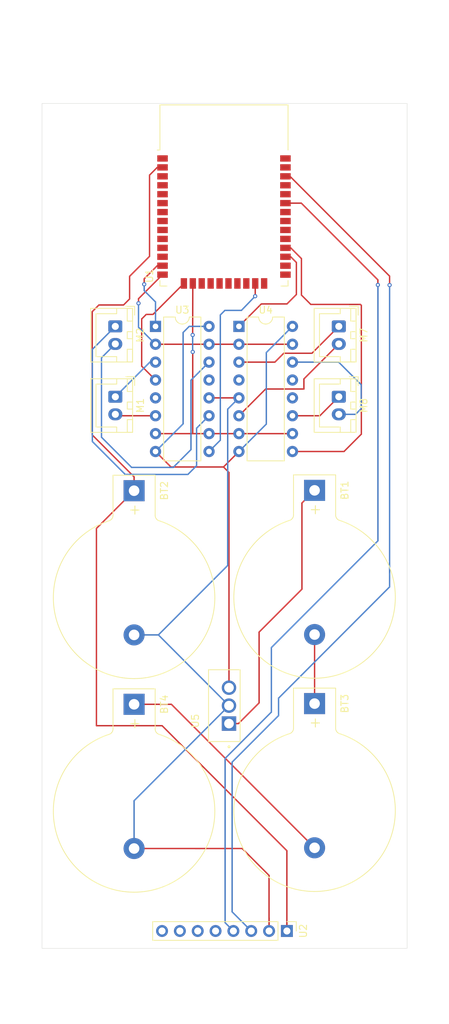
<source format=kicad_pcb>
(kicad_pcb (version 20221018) (generator pcbnew)
  (layers (0 "F.Cu" signal) (31 "B.Cu" signal) (34 "B.Paste" user) (35 "F.Paste" user) (36 "B.SilkS" user "B.Silkscreen") (37 "F.SilkS" user "F.Silkscreen") (38 "B.Mask" user) (39 "F.Mask" user) (44 "Edge.Cuts" user))
  (net 0 "")
  (net 1 "GND")
  (net 2 "+3V3")
  (net 13 "Net-(U1-IO14)")
  (net 14 "Net-(U1-IO12)")
  (net 15 "Net-(U1-IO13)")
  (net 22 "Net-(U1-IO15)")
  (net 26 "Net-(U1-IO16)")
  (net 27 "Net-(U1-IO17)")
  (net 32 "Net-(U1-IO21)")
  (net 35 "Net-(U1-IO22)")
  (net 37 "Net-(M5-+)")
  (net 38 "Net-(M5--)")
  (net 39 "+5V")
  (net 40 "Net-(M6--)")
  (net 41 "Net-(M6-+)")
  (net 42 "Net-(M7-+)")
  (net 43 "Net-(M7--)")
  (net 44 "Net-(M8--)")
  (net 45 "Net-(M8-+)")
  (net 47 "Net-(BT2-+)")
  (net 48 "Net-(BT3-+)")
  (net 49 "Net-(BT4-+)")
  (footprint "MountingHole:MountingHole_3.2mm_M3" (layer "F.Cu") (at 165.55 53.83)
    (fp_text reference "" hide)
    (fp_text value "MountingHole_3.2mm_M3")
    (pad "" np_thru_hole circle (at 0 0) (size 3.2 3.2) (drill 3.2) (layers "*.Cu" "*.Mask"))
  )
  (footprint "Package_DIP:DIP-16_W7.62mm" (layer "F.Cu") (at 133.22 71.02)
    (fp_text reference "U3" (at 3.81 -2.33) (layer "F.SilkS"))
    (fp_text value "L293D")
    (fp_line (start 1.16 -1.33) (end 1.16 19.11) (stroke (width 0.12)) (layer "F.SilkS"))
    (fp_line (start 1.16 19.11) (end 6.46 19.11) (stroke (width 0.12)) (layer "F.SilkS"))
    (fp_line (start 2.81 -1.33) (end 1.16 -1.33) (stroke (width 0.12)) (layer "F.SilkS"))
    (fp_line (start 6.46 -1.33) (end 4.81 -1.33) (stroke (width 0.12)) (layer "F.SilkS"))
    (fp_line (start 6.46 19.11) (end 6.46 -1.33) (stroke (width 0.12)) (layer "F.SilkS"))
    (fp_arc (start 4.81 -1.33) (mid 3.81 -0.33) (end 2.81 -1.33) (stroke (width 0.12)) (layer "F.SilkS"))
    (pad "1" thru_hole rect (at 0 0) (size 1.6 1.6) (drill 0.8) (layers "*.Cu" "*.Mask") (net 13 "Net-(U1-IO14)"))
    (pad "2" thru_hole oval (at 0 2.54) (size 1.6 1.6) (drill 0.8) (layers "*.Cu" "*.Mask") (net 14 "Net-(U1-IO12)"))
    (pad "3" thru_hole oval (at 0 5.08) (size 1.6 1.6) (drill 0.8) (layers "*.Cu" "*.Mask") (net 37 "Net-(M5-+)"))
    (pad "4" thru_hole oval (at 0 7.62) (size 1.6 1.6) (drill 0.8) (layers "*.Cu" "*.Mask") (net 1 "GND"))
    (pad "5" thru_hole oval (at 0 10.16) (size 1.6 1.6) (drill 0.8) (layers "*.Cu" "*.Mask"))
    (pad "6" thru_hole oval (at 0 12.7) (size 1.6 1.6) (drill 0.8) (layers "*.Cu" "*.Mask") (net 38 "Net-(M5--)"))
    (pad "7" thru_hole oval (at 0 15.24) (size 1.6 1.6) (drill 0.8) (layers "*.Cu" "*.Mask") (net 15 "Net-(U1-IO13)"))
    (pad "8" thru_hole oval (at 0 17.78) (size 1.6 1.6) (drill 0.8) (layers "*.Cu" "*.Mask") (net 39 "+5V"))
    (pad "9" thru_hole oval (at 7.62 17.78) (size 1.6 1.6) (drill 0.8) (layers "*.Cu" "*.Mask") (net 22 "Net-(U1-IO15)"))
    (pad "10" thru_hole oval (at 7.62 15.24) (size 1.6 1.6) (drill 0.8) (layers "*.Cu" "*.Mask") (net 15 "Net-(U1-IO13)"))
    (pad "11" thru_hole oval (at 7.62 12.7) (size 1.6 1.6) (drill 0.8) (layers "*.Cu" "*.Mask") (net 41 "Net-(M6-+)"))
    (pad "12" thru_hole oval (at 7.62 10.16) (size 1.6 1.6) (drill 0.8) (layers "*.Cu" "*.Mask") (net 1 "GND"))
    (pad "13" thru_hole oval (at 7.62 7.62) (size 1.6 1.6) (drill 0.8) (layers "*.Cu" "*.Mask"))
    (pad "14" thru_hole oval (at 7.62 5.08) (size 1.6 1.6) (drill 0.8) (layers "*.Cu" "*.Mask") (net 40 "Net-(M6--)"))
    (pad "15" thru_hole oval (at 7.62 2.54) (size 1.6 1.6) (drill 0.8) (layers "*.Cu" "*.Mask") (net 14 "Net-(U1-IO12)"))
    (pad "16" thru_hole oval (at 7.62 0) (size 1.6 1.6) (drill 0.8) (layers "*.Cu" "*.Mask") (net 39 "+5V"))
  )
  (footprint "Connector_JST:JST_XH_B2B-XH-A_1x02_P2.50mm_Vertical" (layer "F.Cu") (at 127.5 81.02 -90)
    (fp_text reference "M1" (at 1.25 -3.55 90) (layer "F.SilkS"))
    (fp_text value "3-5V")
    (fp_line (start -2.85 -2.75) (end -2.85 -1.5) (stroke (width 0.12)) (layer "F.SilkS"))
    (fp_line (start -2.56 -2.46) (end -2.56 3.51) (stroke (width 0.12)) (layer "F.SilkS"))
    (fp_line (start -2.56 3.51) (end 5.06 3.51) (stroke (width 0.12)) (layer "F.SilkS"))
    (fp_line (start -2.55 -2.45) (end -2.55 -1.7) (stroke (width 0.12)) (layer "F.SilkS"))
    (fp_line (start -2.55 -1.7) (end -0.75 -1.7) (stroke (width 0.12)) (layer "F.SilkS"))
    (fp_line (start -2.55 -0.2) (end -1.8 -0.2) (stroke (width 0.12)) (layer "F.SilkS"))
    (fp_line (start -1.8 -0.2) (end -1.8 2.75) (stroke (width 0.12)) (layer "F.SilkS"))
    (fp_line (start -1.8 2.75) (end 1.25 2.75) (stroke (width 0.12)) (layer "F.SilkS"))
    (fp_line (start -1.6 -2.75) (end -2.85 -2.75) (stroke (width 0.12)) (layer "F.SilkS"))
    (fp_line (start -0.75 -2.45) (end -2.55 -2.45) (stroke (width 0.12)) (layer "F.SilkS"))
    (fp_line (start -0.75 -1.7) (end -0.75 -2.45) (stroke (width 0.12)) (layer "F.SilkS"))
    (fp_line (start 0.75 -2.45) (end 0.75 -1.7) (stroke (width 0.12)) (layer "F.SilkS"))
    (fp_line (start 0.75 -1.7) (end 1.75 -1.7) (stroke (width 0.12)) (layer "F.SilkS"))
    (fp_line (start 1.75 -2.45) (end 0.75 -2.45) (stroke (width 0.12)) (layer "F.SilkS"))
    (fp_line (start 1.75 -1.7) (end 1.75 -2.45) (stroke (width 0.12)) (layer "F.SilkS"))
    (fp_line (start 3.25 -2.45) (end 3.25 -1.7) (stroke (width 0.12)) (layer "F.SilkS"))
    (fp_line (start 3.25 -1.7) (end 5.05 -1.7) (stroke (width 0.12)) (layer "F.SilkS"))
    (fp_line (start 4.3 -0.2) (end 4.3 2.75) (stroke (width 0.12)) (layer "F.SilkS"))
    (fp_line (start 4.3 2.75) (end 1.25 2.75) (stroke (width 0.12)) (layer "F.SilkS"))
    (fp_line (start 5.05 -2.45) (end 3.25 -2.45) (stroke (width 0.12)) (layer "F.SilkS"))
    (fp_line (start 5.05 -1.7) (end 5.05 -2.45) (stroke (width 0.12)) (layer "F.SilkS"))
    (fp_line (start 5.05 -0.2) (end 4.3 -0.2) (stroke (width 0.12)) (layer "F.SilkS"))
    (fp_line (start 5.06 -2.46) (end -2.56 -2.46) (stroke (width 0.12)) (layer "F.SilkS"))
    (fp_line (start 5.06 3.51) (end 5.06 -2.46) (stroke (width 0.12)) (layer "F.SilkS"))
    (pad "1" thru_hole roundrect (at 0 0 270) (size 1.7 2) (drill 1) (layers "*.Cu" "*.Mask") (roundrect_rratio 0.1470588235) (net 37 "Net-(M5-+)"))
    (pad "2" thru_hole oval (at 2.5 0 270) (size 1.7 2) (drill 1) (layers "*.Cu" "*.Mask") (net 38 "Net-(M5--)"))
  )
  (footprint "MountingHole:MountingHole_3.2mm_M3" (layer "F.Cu") (at 165.55 155.91)
    (fp_text reference "" (at 0 -4.2) (layer "F.SilkS"))
    (fp_text value "MountingHole_3.2mm_M3")
    (pad "" np_thru_hole circle (at 0 0) (size 3.2 3.2) (drill 3.2) (layers "F&B.Cu" "*.Mask"))
  )
  (footprint "Battery:BatteryHolder_Keystone_103_1x20mm" (layer "F.Cu") (at 155.87 94.32 -90)
    (fp_text reference "BT1" (at 0 -4.3 -270) (layer "F.SilkS"))
    (fp_text value "3V")
    (fp_text user "+" (at 2.75 0 -270) (layer "F.SilkS") (effects (font (size 1.5 1.5))))
    (fp_line (start -2.2 -3) (end 3.5 -3) (stroke (width 0.12)) (layer "F.SilkS"))
    (fp_line (start -2.2 3) (end -2.2 -3) (stroke (width 0.12)) (layer "F.SilkS"))
    (fp_line (start -2.2 3) (end 3.5 3) (stroke (width 0.12)) (layer "F.SilkS"))
    (fp_arc (start 3.5 3) (mid 3.950694 3.136459) (end 4.25 3.5) (stroke (width 0.12)) (layer "F.SilkS"))
    (fp_arc (start 4.25 -3.5) (mid 3.950694 -3.136459) (end 3.5 -3) (stroke (width 0.12)) (layer "F.SilkS"))
    (fp_arc (start 4.25 -3.5) (mid 16.971103 -11.358466) (end 26.695671 0) (stroke (width 0.12)) (layer "F.SilkS"))
    (fp_arc (start 26.695671 0) (mid 16.971103 11.358466) (end 4.25 3.5) (stroke (width 0.12)) (layer "F.SilkS"))
    (pad "1" thru_hole rect (at 0 0 270) (size 3 3) (drill 1.5) (layers "*.Cu" "*.Mask") (net 49 "Net-(BT4-+)"))
    (pad "2" thru_hole circle (at 20.49 0 270) (size 3 3) (drill 1.5) (layers "*.Cu" "*.Mask") (net 47 "Net-(BT2-+)"))
  )
  (footprint "Connector_JST:JST_XH_B2B-XH-A_1x02_P2.50mm_Vertical" (layer "F.Cu") (at 159.32 71.02 -90)
    (fp_text reference "M7" (at 1.25 -3.55 90) (layer "F.SilkS"))
    (fp_text value "3-5V")
    (fp_line (start -2.85 -2.75) (end -2.85 -1.5) (stroke (width 0.12)) (layer "F.SilkS"))
    (fp_line (start -2.56 -2.46) (end -2.56 3.51) (stroke (width 0.12)) (layer "F.SilkS"))
    (fp_line (start -2.56 3.51) (end 5.06 3.51) (stroke (width 0.12)) (layer "F.SilkS"))
    (fp_line (start -2.55 -2.45) (end -2.55 -1.7) (stroke (width 0.12)) (layer "F.SilkS"))
    (fp_line (start -2.55 -1.7) (end -0.75 -1.7) (stroke (width 0.12)) (layer "F.SilkS"))
    (fp_line (start -2.55 -0.2) (end -1.8 -0.2) (stroke (width 0.12)) (layer "F.SilkS"))
    (fp_line (start -1.8 -0.2) (end -1.8 2.75) (stroke (width 0.12)) (layer "F.SilkS"))
    (fp_line (start -1.8 2.75) (end 1.25 2.75) (stroke (width 0.12)) (layer "F.SilkS"))
    (fp_line (start -1.6 -2.75) (end -2.85 -2.75) (stroke (width 0.12)) (layer "F.SilkS"))
    (fp_line (start -0.75 -2.45) (end -2.55 -2.45) (stroke (width 0.12)) (layer "F.SilkS"))
    (fp_line (start -0.75 -1.7) (end -0.75 -2.45) (stroke (width 0.12)) (layer "F.SilkS"))
    (fp_line (start 0.75 -2.45) (end 0.75 -1.7) (stroke (width 0.12)) (layer "F.SilkS"))
    (fp_line (start 0.75 -1.7) (end 1.75 -1.7) (stroke (width 0.12)) (layer "F.SilkS"))
    (fp_line (start 1.75 -2.45) (end 0.75 -2.45) (stroke (width 0.12)) (layer "F.SilkS"))
    (fp_line (start 1.75 -1.7) (end 1.75 -2.45) (stroke (width 0.12)) (layer "F.SilkS"))
    (fp_line (start 3.25 -2.45) (end 3.25 -1.7) (stroke (width 0.12)) (layer "F.SilkS"))
    (fp_line (start 3.25 -1.7) (end 5.05 -1.7) (stroke (width 0.12)) (layer "F.SilkS"))
    (fp_line (start 4.3 -0.2) (end 4.3 2.75) (stroke (width 0.12)) (layer "F.SilkS"))
    (fp_line (start 4.3 2.75) (end 1.25 2.75) (stroke (width 0.12)) (layer "F.SilkS"))
    (fp_line (start 5.05 -2.45) (end 3.25 -2.45) (stroke (width 0.12)) (layer "F.SilkS"))
    (fp_line (start 5.05 -1.7) (end 5.05 -2.45) (stroke (width 0.12)) (layer "F.SilkS"))
    (fp_line (start 5.05 -0.2) (end 4.3 -0.2) (stroke (width 0.12)) (layer "F.SilkS"))
    (fp_line (start 5.06 -2.46) (end -2.56 -2.46) (stroke (width 0.12)) (layer "F.SilkS"))
    (fp_line (start 5.06 3.51) (end 5.06 -2.46) (stroke (width 0.12)) (layer "F.SilkS"))
    (pad "1" thru_hole roundrect (at 0 0 270) (size 1.7 2) (drill 1) (layers "*.Cu" "*.Mask") (roundrect_rratio 0.1470588235) (net 42 "Net-(M7-+)"))
    (pad "2" thru_hole oval (at 2.5 0 270) (size 1.7 2) (drill 1) (layers "*.Cu" "*.Mask") (net 43 "Net-(M7--)"))
  )
  (footprint "Connector_PinHeader_2.54mm:PinHeader_1x08_P2.54mm_Vertical" (layer "F.Cu") (at 151.93 156.93 -90)
    (fp_text reference "U2" (at 0 -2.33 90) (layer "F.SilkS"))
    (fp_text value "PinHeader_1x08_P2.54mm_Vertical")
    (fp_line (start -1.33 -1.33) (end 0 -1.33) (stroke (width 0.12)) (layer "F.SilkS"))
    (fp_line (start -1.33 0) (end -1.33 -1.33) (stroke (width 0.12)) (layer "F.SilkS"))
    (fp_line (start -1.33 1.27) (end -1.33 19.11) (stroke (width 0.12)) (layer "F.SilkS"))
    (fp_line (start -1.33 1.27) (end 1.33 1.27) (stroke (width 0.12)) (layer "F.SilkS"))
    (fp_line (start -1.33 19.11) (end 1.33 19.11) (stroke (width 0.12)) (layer "F.SilkS"))
    (fp_line (start 1.33 1.27) (end 1.33 19.11) (stroke (width 0.12)) (layer "F.SilkS"))
    (pad "1" thru_hole rect (at 0 0 270) (size 1.7 1.7) (drill 1) (layers "*.Cu" "*.Mask") (net 2 "+3V3"))
    (pad "2" thru_hole oval (at 0 2.54 270) (size 1.7 1.7) (drill 1) (layers "*.Cu" "*.Mask") (net 1 "GND"))
    (pad "3" thru_hole oval (at 0 5.08 270) (size 1.7 1.7) (drill 1) (layers "*.Cu" "*.Mask") (net 35 "Net-(U1-IO22)"))
    (pad "4" thru_hole oval (at 0 7.62 270) (size 1.7 1.7) (drill 1) (layers "*.Cu" "*.Mask") (net 32 "Net-(U1-IO21)"))
    (pad "5" thru_hole oval (at 0 10.16 270) (size 1.7 1.7) (drill 1) (layers "*.Cu" "*.Mask"))
    (pad "6" thru_hole oval (at 0 12.7 270) (size 1.7 1.7) (drill 1) (layers "*.Cu" "*.Mask"))
    (pad "7" thru_hole oval (at 0 15.24 270) (size 1.7 1.7) (drill 1) (layers "*.Cu" "*.Mask"))
    (pad "8" thru_hole oval (at 0 17.78 270) (size 1.7 1.7) (drill 1) (layers "*.Cu" "*.Mask"))
  )
  (footprint "Connector_JST:JST_XH_B2B-XH-A_1x02_P2.50mm_Vertical" (layer "F.Cu") (at 127.495 71.02 -90)
    (fp_text reference "M2" (at 1.25 -3.55 90) (layer "F.SilkS"))
    (fp_text value "3-5V")
    (fp_line (start -2.85 -2.75) (end -2.85 -1.5) (stroke (width 0.12)) (layer "F.SilkS"))
    (fp_line (start -2.56 -2.46) (end -2.56 3.51) (stroke (width 0.12)) (layer "F.SilkS"))
    (fp_line (start -2.56 3.51) (end 5.06 3.51) (stroke (width 0.12)) (layer "F.SilkS"))
    (fp_line (start -2.55 -2.45) (end -2.55 -1.7) (stroke (width 0.12)) (layer "F.SilkS"))
    (fp_line (start -2.55 -1.7) (end -0.75 -1.7) (stroke (width 0.12)) (layer "F.SilkS"))
    (fp_line (start -2.55 -0.2) (end -1.8 -0.2) (stroke (width 0.12)) (layer "F.SilkS"))
    (fp_line (start -1.8 -0.2) (end -1.8 2.75) (stroke (width 0.12)) (layer "F.SilkS"))
    (fp_line (start -1.8 2.75) (end 1.25 2.75) (stroke (width 0.12)) (layer "F.SilkS"))
    (fp_line (start -1.6 -2.75) (end -2.85 -2.75) (stroke (width 0.12)) (layer "F.SilkS"))
    (fp_line (start -0.75 -2.45) (end -2.55 -2.45) (stroke (width 0.12)) (layer "F.SilkS"))
    (fp_line (start -0.75 -1.7) (end -0.75 -2.45) (stroke (width 0.12)) (layer "F.SilkS"))
    (fp_line (start 0.75 -2.45) (end 0.75 -1.7) (stroke (width 0.12)) (layer "F.SilkS"))
    (fp_line (start 0.75 -1.7) (end 1.75 -1.7) (stroke (width 0.12)) (layer "F.SilkS"))
    (fp_line (start 1.75 -2.45) (end 0.75 -2.45) (stroke (width 0.12)) (layer "F.SilkS"))
    (fp_line (start 1.75 -1.7) (end 1.75 -2.45) (stroke (width 0.12)) (layer "F.SilkS"))
    (fp_line (start 3.25 -2.45) (end 3.25 -1.7) (stroke (width 0.12)) (layer "F.SilkS"))
    (fp_line (start 3.25 -1.7) (end 5.05 -1.7) (stroke (width 0.12)) (layer "F.SilkS"))
    (fp_line (start 4.3 -0.2) (end 4.3 2.75) (stroke (width 0.12)) (layer "F.SilkS"))
    (fp_line (start 4.3 2.75) (end 1.25 2.75) (stroke (width 0.12)) (layer "F.SilkS"))
    (fp_line (start 5.05 -2.45) (end 3.25 -2.45) (stroke (width 0.12)) (layer "F.SilkS"))
    (fp_line (start 5.05 -1.7) (end 5.05 -2.45) (stroke (width 0.12)) (layer "F.SilkS"))
    (fp_line (start 5.05 -0.2) (end 4.3 -0.2) (stroke (width 0.12)) (layer "F.SilkS"))
    (fp_line (start 5.06 -2.46) (end -2.56 -2.46) (stroke (width 0.12)) (layer "F.SilkS"))
    (fp_line (start 5.06 3.51) (end 5.06 -2.46) (stroke (width 0.12)) (layer "F.SilkS"))
    (pad "1" thru_hole roundrect (at 0 0 270) (size 1.7 2) (drill 1) (layers "*.Cu" "*.Mask") (roundrect_rratio 0.1470588235) (net 41 "Net-(M6-+)"))
    (pad "2" thru_hole oval (at 2.5 0 270) (size 1.7 2) (drill 1) (layers "*.Cu" "*.Mask") (net 40 "Net-(M6--)"))
  )
  (footprint "MountingHole:MountingHole_3.2mm_M3" (layer "F.Cu") (at 120.56 53.85)
    (fp_text reference "" (at 0 -4.2) (layer "F.SilkS"))
    (fp_text value "MountingHole_3.2mm_M3")
    (pad "" np_thru_hole circle (at 0 0) (size 3.2 3.2) (drill 3.2) (layers "F&B.Cu" "*.Mask"))
  )
  (footprint "RF_Module:ESP32-WROOM-32" (layer "F.Cu") (at 142.97 55.41)
    (fp_text reference "U1" (at -10.61 8.43 90) (layer "F.SilkS"))
    (fp_text value "ESP32-WROOM-32")
    (fp_line (start -9.12 -15.86) (end -9.12 -9.445) (stroke (width 0.12)) (layer "F.SilkS"))
    (fp_line (start -9.12 -15.86) (end 9.12 -15.86) (stroke (width 0.12)) (layer "F.SilkS"))
    (fp_line (start -9.12 -9.445) (end -9.5 -9.445) (stroke (width 0.12)) (layer "F.SilkS"))
    (fp_line (start -9.12 9.1) (end -9.12 9.88) (stroke (width 0.12)) (layer "F.SilkS"))
    (fp_line (start -9.12 9.88) (end -8.12 9.88) (stroke (width 0.12)) (layer "F.SilkS"))
    (fp_line (start 9.12 -15.86) (end 9.12 -9.445) (stroke (width 0.12)) (layer "F.SilkS"))
    (fp_line (start 9.12 9.1) (end 9.12 9.88) (stroke (width 0.12)) (layer "F.SilkS"))
    (fp_line (start 9.12 9.88) (end 8.12 9.88) (stroke (width 0.12)) (layer "F.SilkS"))
    (pad "1" smd rect (at -8.75 -8.25) (size 1.5 0.9) (layers "F.Cu" "F.Paste" "F.Mask"))
    (pad "2" smd rect (at -8.75 -6.98) (size 1.5 0.9) (layers "F.Cu" "F.Paste" "F.Mask") (net 2 "+3V3"))
    (pad "3" smd rect (at -8.75 -5.71) (size 1.5 0.9) (layers "F.Cu" "F.Paste" "F.Mask"))
    (pad "4" smd rect (at -8.75 -4.44) (size 1.5 0.9) (layers "F.Cu" "F.Paste" "F.Mask"))
    (pad "5" smd rect (at -8.75 -3.17) (size 1.5 0.9) (layers "F.Cu" "F.Paste" "F.Mask"))
    (pad "6" smd rect (at -8.75 -1.9) (size 1.5 0.9) (layers "F.Cu" "F.Paste" "F.Mask"))
    (pad "7" smd rect (at -8.75 -0.63) (size 1.5 0.9) (layers "F.Cu" "F.Paste" "F.Mask"))
    (pad "8" smd rect (at -8.75 0.64) (size 1.5 0.9) (layers "F.Cu" "F.Paste" "F.Mask"))
    (pad "9" smd rect (at -8.75 1.91) (size 1.5 0.9) (layers "F.Cu" "F.Paste" "F.Mask"))
    (pad "10" smd rect (at -8.75 3.18) (size 1.5 0.9) (layers "F.Cu" "F.Paste" "F.Mask"))
    (pad "11" smd rect (at -8.75 4.45) (size 1.5 0.9) (layers "F.Cu" "F.Paste" "F.Mask"))
    (pad "12" smd rect (at -8.75 5.72) (size 1.5 0.9) (layers "F.Cu" "F.Paste" "F.Mask"))
    (pad "13" smd rect (at -8.75 6.99) (size 1.5 0.9) (layers "F.Cu" "F.Paste" "F.Mask") (net 13 "Net-(U1-IO14)"))
    (pad "14" smd rect (at -8.75 8.26) (size 1.5 0.9) (layers "F.Cu" "F.Paste" "F.Mask") (net 14 "Net-(U1-IO12)"))
    (pad "15" smd rect (at -5.71 9.51 90) (size 1.5 0.9) (layers "F.Cu" "F.Paste" "F.Mask") (net 1 "GND"))
    (pad "16" smd rect (at -4.44 9.51 90) (size 1.5 0.9) (layers "F.Cu" "F.Paste" "F.Mask") (net 15 "Net-(U1-IO13)"))
    (pad "17" smd rect (at -3.17 9.51 90) (size 1.5 0.9) (layers "F.Cu" "F.Paste" "F.Mask"))
    (pad "18" smd rect (at -1.9 9.51 90) (size 1.5 0.9) (layers "F.Cu" "F.Paste" "F.Mask"))
    (pad "19" smd rect (at -0.63 9.51 90) (size 1.5 0.9) (layers "F.Cu" "F.Paste" "F.Mask"))
    (pad "20" smd rect (at 0.64 9.51 90) (size 1.5 0.9) (layers "F.Cu" "F.Paste" "F.Mask"))
    (pad "21" smd rect (at 1.91 9.51 90) (size 1.5 0.9) (layers "F.Cu" "F.Paste" "F.Mask"))
    (pad "22" smd rect (at 3.18 9.51 90) (size 1.5 0.9) (layers "F.Cu" "F.Paste" "F.Mask"))
    (pad "23" smd rect (at 4.45 9.51 90) (size 1.5 0.9) (layers "F.Cu" "F.Paste" "F.Mask") (net 22 "Net-(U1-IO15)"))
    (pad "24" smd rect (at 5.72 9.51 90) (size 1.5 0.9) (layers "F.Cu" "F.Paste" "F.Mask"))
    (pad "25" smd rect (at 8.75 8.26) (size 1.5 0.9) (layers "F.Cu" "F.Paste" "F.Mask"))
    (pad "26" smd rect (at 8.75 6.99) (size 1.5 0.9) (layers "F.Cu" "F.Paste" "F.Mask"))
    (pad "27" smd rect (at 8.75 5.72) (size 1.5 0.9) (layers "F.Cu" "F.Paste" "F.Mask") (net 26 "Net-(U1-IO16)"))
    (pad "28" smd rect (at 8.75 4.45) (size 1.5 0.9) (layers "F.Cu" "F.Paste" "F.Mask") (net 27 "Net-(U1-IO17)"))
    (pad "29" smd rect (at 8.75 3.18) (size 1.5 0.9) (layers "F.Cu" "F.Paste" "F.Mask"))
    (pad "30" smd rect (at 8.75 1.91) (size 1.5 0.9) (layers "F.Cu" "F.Paste" "F.Mask"))
    (pad "31" smd rect (at 8.75 0.64) (size 1.5 0.9) (layers "F.Cu" "F.Paste" "F.Mask"))
    (pad "32" smd rect (at 8.75 -0.63) (size 1.5 0.9) (layers "F.Cu" "F.Paste" "F.Mask"))
    (pad "33" smd rect (at 8.75 -1.9) (size 1.5 0.9) (layers "F.Cu" "F.Paste" "F.Mask") (net 32 "Net-(U1-IO21)"))
    (pad "34" smd rect (at 8.75 -3.17) (size 1.5 0.9) (layers "F.Cu" "F.Paste" "F.Mask"))
    (pad "35" smd rect (at 8.75 -4.44) (size 1.5 0.9) (layers "F.Cu" "F.Paste" "F.Mask"))
    (pad "36" smd rect (at 8.75 -5.71) (size 1.5 0.9) (layers "F.Cu" "F.Paste" "F.Mask") (net 35 "Net-(U1-IO22)"))
    (pad "37" smd rect (at 8.75 -6.98) (size 1.5 0.9) (layers "F.Cu" "F.Paste" "F.Mask"))
    (pad "38" smd rect (at 8.75 -8.25) (size 1.5 0.9) (layers "F.Cu" "F.Paste" "F.Mask"))
  )
  (footprint "Battery:BatteryHolder_Keystone_103_1x20mm" (layer "F.Cu") (at 130.17 94.37 -90)
    (fp_text reference "BT2" (at 0 -4.3 90) (layer "F.SilkS"))
    (fp_text value "3V")
    (fp_text user "+" (at 2.75 0 90) (layer "F.SilkS") (effects (font (size 1.5 1.5))))
    (fp_line (start -2.2 -3) (end 3.5 -3) (stroke (width 0.12)) (layer "F.SilkS"))
    (fp_line (start -2.2 3) (end -2.2 -3) (stroke (width 0.12)) (layer "F.SilkS"))
    (fp_line (start -2.2 3) (end 3.5 3) (stroke (width 0.12)) (layer "F.SilkS"))
    (fp_arc (start 3.5 3) (mid 3.950694 3.136459) (end 4.25 3.5) (stroke (width 0.12)) (layer "F.SilkS"))
    (fp_arc (start 4.25 -3.5) (mid 3.950694 -3.136459) (end 3.5 -3) (stroke (width 0.12)) (layer "F.SilkS"))
    (fp_arc (start 4.25 -3.5) (mid 16.971103 -11.358466) (end 26.695671 0) (stroke (width 0.12)) (layer "F.SilkS"))
    (fp_arc (start 26.695671 0) (mid 16.971103 11.358466) (end 4.25 3.5) (stroke (width 0.12)) (layer "F.SilkS"))
    (pad "1" thru_hole rect (at 0 0 270) (size 3 3) (drill 1.5) (layers "*.Cu" "*.Mask") (net 2 "+3V3"))
    (pad "2" thru_hole circle (at 20.49 0 270) (size 3 3) (drill 1.5) (layers "*.Cu" "*.Mask") (net 1 "GND"))
  )
  (footprint "Transformer_THT:TO255P1020X450X2000-3" (layer "F.Cu") (at 143.02 124.91 90)
    (fp_text reference "U5" (at -2.175 -4.135 90) (layer "F.SilkS"))
    (fp_text value "L7805")
    (fp_line (start -5.1 -2.25) (end 5.1 -2.25) (stroke (width 0.127)) (layer "F.SilkS"))
    (fp_line (start -5.1 2.25) (end -5.1 -2.25) (stroke (width 0.127)) (layer "F.SilkS"))
    (fp_line (start 5.1 -2.25) (end 5.1 2.25) (stroke (width 0.127)) (layer "F.SilkS"))
    (fp_line (start 5.1 2.25) (end -5.1 2.25) (stroke (width 0.127)) (layer "F.SilkS"))
    (fp_circle (center -5.85 0.6625) (end -5.75 0.6625) (stroke (width 0.2)) (fill none) (layer "F.SilkS"))
    (pad "1" thru_hole rect (at -2.55 0.6625 90) (size 2.055 2.055) (drill 1.37) (layers "*.Cu" "*.Mask") (net 49 "Net-(BT4-+)"))
    (pad "2" thru_hole circle (at 0 0.6625 90) (size 2.055 2.055) (drill 1.37) (layers "*.Cu" "*.Mask") (net 1 "GND"))
    (pad "3" thru_hole circle (at 2.55 0.6625 90) (size 2.055 2.055) (drill 1.37) (layers "*.Cu" "*.Mask") (net 39 "+5V"))
  )
  (footprint "Connector_JST:JST_XH_B2B-XH-A_1x02_P2.50mm_Vertical" (layer "F.Cu") (at 159.32 81.02 -90)
    (fp_text reference "M8" (at 1.25 -3.55 90) (layer "F.SilkS"))
    (fp_text value "3-5V")
    (fp_line (start -2.85 -2.75) (end -2.85 -1.5) (stroke (width 0.12)) (layer "F.SilkS"))
    (fp_line (start -2.56 -2.46) (end -2.56 3.51) (stroke (width 0.12)) (layer "F.SilkS"))
    (fp_line (start -2.56 3.51) (end 5.06 3.51) (stroke (width 0.12)) (layer "F.SilkS"))
    (fp_line (start -2.55 -2.45) (end -2.55 -1.7) (stroke (width 0.12)) (layer "F.SilkS"))
    (fp_line (start -2.55 -1.7) (end -0.75 -1.7) (stroke (width 0.12)) (layer "F.SilkS"))
    (fp_line (start -2.55 -0.2) (end -1.8 -0.2) (stroke (width 0.12)) (layer "F.SilkS"))
    (fp_line (start -1.8 -0.2) (end -1.8 2.75) (stroke (width 0.12)) (layer "F.SilkS"))
    (fp_line (start -1.8 2.75) (end 1.25 2.75) (stroke (width 0.12)) (layer "F.SilkS"))
    (fp_line (start -1.6 -2.75) (end -2.85 -2.75) (stroke (width 0.12)) (layer "F.SilkS"))
    (fp_line (start -0.75 -2.45) (end -2.55 -2.45) (stroke (width 0.12)) (layer "F.SilkS"))
    (fp_line (start -0.75 -1.7) (end -0.75 -2.45) (stroke (width 0.12)) (layer "F.SilkS"))
    (fp_line (start 0.75 -2.45) (end 0.75 -1.7) (stroke (width 0.12)) (layer "F.SilkS"))
    (fp_line (start 0.75 -1.7) (end 1.75 -1.7) (stroke (width 0.12)) (layer "F.SilkS"))
    (fp_line (start 1.75 -2.45) (end 0.75 -2.45) (stroke (width 0.12)) (layer "F.SilkS"))
    (fp_line (start 1.75 -1.7) (end 1.75 -2.45) (stroke (width 0.12)) (layer "F.SilkS"))
    (fp_line (start 3.25 -2.45) (end 3.25 -1.7) (stroke (width 0.12)) (layer "F.SilkS"))
    (fp_line (start 3.25 -1.7) (end 5.05 -1.7) (stroke (width 0.12)) (layer "F.SilkS"))
    (fp_line (start 4.3 -0.2) (end 4.3 2.75) (stroke (width 0.12)) (layer "F.SilkS"))
    (fp_line (start 4.3 2.75) (end 1.25 2.75) (stroke (width 0.12)) (layer "F.SilkS"))
    (fp_line (start 5.05 -2.45) (end 3.25 -2.45) (stroke (width 0.12)) (layer "F.SilkS"))
    (fp_line (start 5.05 -1.7) (end 5.05 -2.45) (stroke (width 0.12)) (layer "F.SilkS"))
    (fp_line (start 5.05 -0.2) (end 4.3 -0.2) (stroke (width 0.12)) (layer "F.SilkS"))
    (fp_line (start 5.06 -2.46) (end -2.56 -2.46) (stroke (width 0.12)) (layer "F.SilkS"))
    (fp_line (start 5.06 3.51) (end 5.06 -2.46) (stroke (width 0.12)) (layer "F.SilkS"))
    (pad "1" thru_hole roundrect (at 0 0 270) (size 1.7 2) (drill 1) (layers "*.Cu" "*.Mask") (roundrect_rratio 0.1470588235) (net 45 "Net-(M8-+)"))
    (pad "2" thru_hole oval (at 2.5 0 270) (size 1.7 2) (drill 1) (layers "*.Cu" "*.Mask") (net 44 "Net-(M8--)"))
  )
  (footprint "Battery:BatteryHolder_Keystone_103_1x20mm" (layer "F.Cu") (at 130.17 124.72 -90)
    (fp_text reference "BT4" (at 0 -4.3 90) (layer "F.SilkS"))
    (fp_text value "3V")
    (fp_text user "+" (at 2.75 0 90) (layer "F.SilkS") (effects (font (size 1.5 1.5))))
    (fp_line (start -2.2 -3) (end 3.5 -3) (stroke (width 0.12)) (layer "F.SilkS"))
    (fp_line (start -2.2 3) (end -2.2 -3) (stroke (width 0.12)) (layer "F.SilkS"))
    (fp_line (start -2.2 3) (end 3.5 3) (stroke (width 0.12)) (layer "F.SilkS"))
    (fp_arc (start 3.5 3) (mid 3.950694 3.136459) (end 4.25 3.5) (stroke (width 0.12)) (layer "F.SilkS"))
    (fp_arc (start 4.25 -3.5) (mid 3.950694 -3.136459) (end 3.5 -3) (stroke (width 0.12)) (layer "F.SilkS"))
    (fp_arc (start 4.25 -3.5) (mid 16.971103 -11.358466) (end 26.695671 0) (stroke (width 0.12)) (layer "F.SilkS"))
    (fp_arc (start 26.695671 0) (mid 16.971103 11.358466) (end 4.25 3.5) (stroke (width 0.12)) (layer "F.SilkS"))
    (pad "1" thru_hole rect (at 0 0 270) (size 3 3) (drill 1.5) (layers "*.Cu" "*.Mask") (net 48 "Net-(BT3-+)"))
    (pad "2" thru_hole circle (at 20.49 0 270) (size 3 3) (drill 1.5) (layers "*.Cu" "*.Mask") (net 1 "GND"))
  )
  (footprint "Package_DIP:DIP-16_W7.62mm" (layer "F.Cu") (at 145.1 71.02)
    (fp_text reference "U4" (at 3.81 -2.33) (layer "F.SilkS"))
    (fp_text value "L293D")
    (fp_line (start 1.16 -1.33) (end 1.16 19.11) (stroke (width 0.12)) (layer "F.SilkS"))
    (fp_line (start 1.16 19.11) (end 6.46 19.11) (stroke (width 0.12)) (layer "F.SilkS"))
    (fp_line (start 2.81 -1.33) (end 1.16 -1.33) (stroke (width 0.12)) (layer "F.SilkS"))
    (fp_line (start 6.46 -1.33) (end 4.81 -1.33) (stroke (width 0.12)) (layer "F.SilkS"))
    (fp_line (start 6.46 19.11) (end 6.46 -1.33) (stroke (width 0.12)) (layer "F.SilkS"))
    (fp_arc (start 4.81 -1.33) (mid 3.81 -0.33) (end 2.81 -1.33) (stroke (width 0.12)) (layer "F.SilkS"))
    (pad "1" thru_hole rect (at 0 0) (size 1.6 1.6) (drill 0.8) (layers "*.Cu" "*.Mask") (net 26 "Net-(U1-IO16)"))
    (pad "2" thru_hole oval (at 0 2.54) (size 1.6 1.6) (drill 0.8) (layers "*.Cu" "*.Mask") (net 14 "Net-(U1-IO12)"))
    (pad "3" thru_hole oval (at 0 5.08) (size 1.6 1.6) (drill 0.8) (layers "*.Cu" "*.Mask") (net 42 "Net-(M7-+)"))
    (pad "4" thru_hole oval (at 0 7.62) (size 1.6 1.6) (drill 0.8) (layers "*.Cu" "*.Mask"))
    (pad "5" thru_hole oval (at 0 10.16) (size 1.6 1.6) (drill 0.8) (layers "*.Cu" "*.Mask") (net 1 "GND"))
    (pad "6" thru_hole oval (at 0 12.7) (size 1.6 1.6) (drill 0.8) (layers "*.Cu" "*.Mask") (net 43 "Net-(M7--)"))
    (pad "7" thru_hole oval (at 0 15.24) (size 1.6 1.6) (drill 0.8) (layers "*.Cu" "*.Mask") (net 15 "Net-(U1-IO13)"))
    (pad "8" thru_hole oval (at 0 17.78) (size 1.6 1.6) (drill 0.8) (layers "*.Cu" "*.Mask") (net 39 "+5V"))
    (pad "9" thru_hole oval (at 7.62 17.78) (size 1.6 1.6) (drill 0.8) (layers "*.Cu" "*.Mask") (net 27 "Net-(U1-IO17)"))
    (pad "10" thru_hole oval (at 7.62 15.24) (size 1.6 1.6) (drill 0.8) (layers "*.Cu" "*.Mask") (net 15 "Net-(U1-IO13)"))
    (pad "11" thru_hole oval (at 7.62 12.7) (size 1.6 1.6) (drill 0.8) (layers "*.Cu" "*.Mask") (net 45 "Net-(M8-+)"))
    (pad "12" thru_hole oval (at 7.62 10.16) (size 1.6 1.6) (drill 0.8) (layers "*.Cu" "*.Mask"))
    (pad "13" thru_hole oval (at 7.62 7.62) (size 1.6 1.6) (drill 0.8) (layers "*.Cu" "*.Mask"))
    (pad "14" thru_hole oval (at 7.62 5.08) (size 1.6 1.6) (drill 0.8) (layers "*.Cu" "*.Mask") (net 44 "Net-(M8--)"))
    (pad "15" thru_hole oval (at 7.62 2.54) (size 1.6 1.6) (drill 0.8) (layers "*.Cu" "*.Mask") (net 14 "Net-(U1-IO12)"))
    (pad "16" thru_hole oval (at 7.62 0) (size 1.6 1.6) (drill 0.8) (layers "*.Cu" "*.Mask") (net 39 "+5V"))
  )
  (footprint "MountingHole:MountingHole_3.2mm_M3" (layer "F.Cu") (at 120.57 155.88)
    (fp_text reference "" (at 0 -4.2) (layer "F.SilkS"))
    (fp_text value "MountingHole_3.2mm_M3")
    (pad "" np_thru_hole circle (at 0 0) (size 3.2 3.2) (drill 3.2) (layers "F&B.Cu" "*.Mask"))
  )
  (footprint "Battery:BatteryHolder_Keystone_103_1x20mm" (layer "F.Cu") (at 155.87 124.62 -90)
    (fp_text reference "BT3" (at 0 -4.3 90) (layer "F.SilkS"))
    (fp_text value "3V")
    (fp_text user "+" (at 2.75 0 90) (layer "F.SilkS") (effects (font (size 1.5 1.5))))
    (fp_line (start -2.2 -3) (end 3.5 -3) (stroke (width 0.12)) (layer "F.SilkS"))
    (fp_line (start -2.2 3) (end -2.2 -3) (stroke (width 0.12)) (layer "F.SilkS"))
    (fp_line (start -2.2 3) (end 3.5 3) (stroke (width 0.12)) (layer "F.SilkS"))
    (fp_arc (start 3.5 3) (mid 3.950694 3.136459) (end 4.25 3.5) (stroke (width 0.12)) (layer "F.SilkS"))
    (fp_arc (start 4.25 -3.5) (mid 3.950694 -3.136459) (end 3.5 -3) (stroke (width 0.12)) (layer "F.SilkS"))
    (fp_arc (start 4.25 -3.5) (mid 16.971103 -11.358466) (end 26.695671 0) (stroke (width 0.12)) (layer "F.SilkS"))
    (fp_arc (start 26.695671 0) (mid 16.971103 11.358466) (end 4.25 3.5) (stroke (width 0.12)) (layer "F.SilkS"))
    (pad "1" thru_hole rect (at 0 0 270) (size 3 3) (drill 1.5) (layers "*.Cu" "*.Mask") (net 47 "Net-(BT2-+)"))
    (pad "2" thru_hole circle (at 20.49 0 270) (size 3 3) (drill 1.5) (layers "*.Cu" "*.Mask") (net 48 "Net-(BT3-+)"))
  )
  (gr_rect (start 117.06 39.34) (end 169.05 159.402) (stroke (width 0.05)) (fill none) (layer "Edge.Cuts"))
  (segment (start 132.86 69.32) (end 137.26 64.92) (width 0.2) (layer "F.Cu") (net 1))
  (segment (start 131.25 76.67) (end 133.22 78.64) (width 0.2) (layer "F.Cu") (net 1))
  (segment (start 149.39 155.085) (end 149.385 155.08) (width 0.2) (layer "F.Cu") (net 1))
  (segment (start 139.595 145.21) (end 138.92 145.21) (width 0.2) (layer "F.Cu") (net 1))
  (segment (start 131.25 69.97) (end 131.9 69.32) (width 0.2) (layer "F.Cu") (net 1))
  (segment (start 149.385 149.035) (end 145.56 145.21) (width 0.2) (layer "F.Cu") (net 1))
  (segment (start 149.385 156.04) (end 149.385 155.08) (width 0.2) (layer "F.Cu") (net 1))
  (segment (start 145.1 81.18) (end 144.93 81.18) (width 0.2) (layer "F.Cu") (net 1))
  (segment (start 131.9 69.32) (end 132.86 69.32) (width 0.2) (layer "F.Cu") (net 1))
  (segment (start 144.93 81.18) (end 144.85 81.1) (width 0.2) (layer "F.Cu") (net 1))
  (segment (start 145.56 145.21) (end 138.92 145.21) (width 0.2) (layer "F.Cu") (net 1))
  (segment (start 131.25 76.67) (end 131.25 69.97) (width 0.2) (layer "F.Cu") (net 1))
  (segment (start 138.92 145.21) (end 130.17 145.21) (width 0.2) (layer "F.Cu") (net 1))
  (segment (start 145.1 81.18) (end 140.84 81.18) (width 0.2) (layer "F.Cu") (net 1))
  (segment (start 149.385 155.08) (end 149.385 149.035) (width 0.2) (layer "F.Cu") (net 1))
  (segment (start 149.39 156.93) (end 149.39 155.085) (width 0.2) (layer "F.Cu") (net 1))
  (segment (start 143.6925 124.9) (end 143.6825 124.91) (width 0.2) (layer "B.Cu") (net 1))
  (segment (start 130.17 114.86) (end 133.6325 114.86) (width 0.2) (layer "B.Cu") (net 1))
  (segment (start 143.5 82.78) (end 143.5 104.9925) (width 0.2) (layer "B.Cu") (net 1))
  (segment (start 133.6325 114.86) (end 143.6825 124.91) (width 0.2) (layer "B.Cu") (net 1))
  (segment (start 143.6825 124.91) (end 130.17 138.4225) (width 0.2) (layer "B.Cu") (net 1))
  (segment (start 130.17 138.4225) (end 130.17 145.21) (width 0.2) (layer "B.Cu") (net 1))
  (segment (start 143.5 104.9925) (end 133.6325 114.86) (width 0.2) (layer "B.Cu") (net 1))
  (segment (start 145.1 81.18) (end 143.5 82.78) (width 0.2) (layer "B.Cu") (net 1))
  (segment (start 124.21 86.44) (end 124.21 68.93) (width 0.2) (layer "F.Cu") (net 2))
  (segment (start 129.53 63.91) (end 132.37 61.07) (width 0.2) (layer "F.Cu") (net 2))
  (segment (start 128.67 67.98) (end 129.53 67.12) (width 0.2) (layer "F.Cu") (net 2))
  (segment (start 151.925 155.58) (end 151.925 145.525) (width 0.2) (layer "F.Cu") (net 2))
  (segment (start 151.925 156.04) (end 151.925 155.58) (width 0.2) (layer "F.Cu") (net 2))
  (segment (start 151.93 156.93) (end 151.93 155.585) (width 0.2) (layer "F.Cu") (net 2))
  (segment (start 124.21 68.93) (end 125.16 67.98) (width 0.2) (layer "F.Cu") (net 2))
  (segment (start 124.81 99.73) (end 130.17 94.37) (width 0.2) (layer "F.Cu") (net 2))
  (segment (start 132.37 61.07) (end 132.37 49.53) (width 0.2) (layer "F.Cu") (net 2))
  (segment (start 132.37 49.53) (end 133.47 48.43) (width 0.2) (layer "F.Cu") (net 2))
  (segment (start 129.53 67.12) (end 129.53 63.91) (width 0.2) (layer "F.Cu") (net 2))
  (segment (start 133.47 48.43) (end 134.22 48.43) (width 0.2) (layer "F.Cu") (net 2))
  (segment (start 149.41 143.01) (end 149.315 142.915) (width 0.2) (layer "F.Cu") (net 2))
  (segment (start 130.17 94.37) (end 130.17 92.4) (width 0.2) (layer "F.Cu") (net 2))
  (segment (start 149.315 142.915) (end 134.16 127.76) (width 0.2) (layer "F.Cu") (net 2))
  (segment (start 134.16 127.76) (end 124.81 127.76) (width 0.2) (layer "F.Cu") (net 2))
  (segment (start 125.16 67.98) (end 128.67 67.98) (width 0.2) (layer "F.Cu") (net 2))
  (segment (start 151.93 155.585) (end 151.925 155.58) (width 0.2) (layer "F.Cu") (net 2))
  (segment (start 130.17 92.4) (end 124.21 86.44) (width 0.2) (layer "F.Cu") (net 2))
  (segment (start 151.925 145.525) (end 149.315 142.915) (width 0.2) (layer "F.Cu") (net 2))
  (segment (start 124.81 127.76) (end 124.81 99.73) (width 0.2) (layer "F.Cu") (net 2))
  (segment (start 133.47 62.4) (end 131.61 64.26) (width 0.2) (layer "F.Cu") (net 13))
  (segment (start 131.61 64.26) (end 131.61 65.04) (width 0.2) (layer "F.Cu") (net 13))
  (segment (start 134.22 62.4) (end 133.47 62.4) (width 0.2) (layer "F.Cu") (net 13))
  (via (at 131.61 65.04) (size 0.6) (drill 0.3) (layers "F.Cu" "B.Cu") (net 13))
  (segment (start 131.61 65.94) (end 133.22 67.55) (width 0.2) (layer "B.Cu") (net 13))
  (segment (start 133.22 67.55) (end 133.22 71.02) (width 0.2) (layer "B.Cu") (net 13))
  (segment (start 131.61 65.04) (end 131.61 65.94) (width 0.2) (layer "B.Cu") (net 13))
  (segment (start 130.8 67.09) (end 134.22 63.67) (width 0.2) (layer "F.Cu") (net 14))
  (segment (start 133.22 73.56) (end 152.72 73.56) (width 0.2) (layer "F.Cu") (net 14))
  (segment (start 130.8 67.74) (end 130.8 67.09) (width 0.2) (layer "F.Cu") (net 14))
  (via (at 130.8 67.74) (size 0.6) (drill 0.3) (layers "F.Cu" "B.Cu") (net 14))
  (segment (start 130.8 71.14) (end 130.8 67.74) (width 0.2) (layer "B.Cu") (net 14))
  (segment (start 133.22 73.56) (end 130.8 71.14) (width 0.2) (layer "B.Cu") (net 14))
  (segment (start 138.52 74.65) (end 138.52 86.2) (width 0.2) (layer "F.Cu") (net 15))
  (segment (start 138.51 72.24) (end 138.53 72.03) (width 0.2) (layer "F.Cu") (net 15))
  (segment (start 138.53 64.92) (end 138.51 72.24) (width 0.2) (layer "F.Cu") (net 15))
  (segment (start 145.1 86.26) (end 152.72 86.26) (width 0.2) (layer "F.Cu") (net 15))
  (segment (start 138.58 86.26) (end 140.84 86.26) (width 0.2) (layer "F.Cu") (net 15))
  (segment (start 140.84 86.26) (end 145.1 86.26) (width 0.2) (layer "F.Cu") (net 15))
  (segment (start 138.52 86.2) (end 138.58 86.26) (width 0.2) (layer "F.Cu") (net 15))
  (segment (start 133.22 86.26) (end 138.58 86.26) (width 0.2) (layer "F.Cu") (net 15))
  (via (at 138.52 74.65) (size 0.6) (drill 0.3) (layers "F.Cu" "B.Cu") (net 15))
  (via (at 138.51 72.24) (size 0.6) (drill 0.3) (layers "F.Cu" "B.Cu") (net 15))
  (segment (start 138.51 72.24) (end 138.51 74.63) (width 0.2) (layer "B.Cu") (net 15))
  (segment (start 138.51 74.63) (end 138.49 74.65) (width 0.2) (layer "B.Cu") (net 15))
  (segment (start 147.42 64.92) (end 147.42 66.72) (width 0.2) (layer "F.Cu") (net 22))
  (segment (start 147.42 66.72) (end 147.41 66.73) (width 0.2) (layer "F.Cu") (net 22))
  (via (at 147.41 66.73) (size 0.6) (drill 0.3) (layers "F.Cu" "B.Cu") (net 22))
  (segment (start 142.45 87.19) (end 142.45 86) (width 0.2) (layer "B.Cu") (net 22))
  (segment (start 143.1 68.75) (end 145.45 68.75) (width 0.2) (layer "B.Cu") (net 22))
  (segment (start 142.45 86) (end 142.45 69.4) (width 0.2) (layer "B.Cu") (net 22))
  (segment (start 145.45 68.75) (end 147.41 66.73) (width 0.2) (layer "B.Cu") (net 22))
  (segment (start 140.84 88.8) (end 142.45 87.19) (width 0.2) (layer "B.Cu") (net 22))
  (segment (start 142.45 69.4) (end 143.1 68.75) (width 0.2) (layer "B.Cu") (net 22))
  (segment (start 147.41 66.73) (end 147.35 66.85) (width 0.2) (layer "B.Cu") (net 22))
  (segment (start 152.47 61.13) (end 151.72 61.13) (width 0.2) (layer "F.Cu") (net 26))
  (segment (start 151.94 67.83) (end 153.28 66.49) (width 0.2) (layer "F.Cu") (net 26))
  (segment (start 153.28 66.49) (end 153.28 61.94) (width 0.2) (layer "F.Cu") (net 26))
  (segment (start 145.1 71.02) (end 148.29 67.83) (width 0.2) (layer "F.Cu") (net 26))
  (segment (start 153.28 61.94) (end 152.47 61.13) (width 0.2) (layer "F.Cu") (net 26))
  (segment (start 148.29 67.83) (end 151.94 67.83) (width 0.2) (layer "F.Cu") (net 26))
  (segment (start 152.72 88.8) (end 160.06 88.8) (width 0.2) (layer "F.Cu") (net 27))
  (segment (start 152.47 59.86) (end 151.72 59.86) (width 0.2) (layer "F.Cu") (net 27))
  (segment (start 162.39 67.9) (end 155.33 67.9) (width 0.2) (layer "F.Cu") (net 27))
  (segment (start 160.06 88.8) (end 162.53 86.33) (width 0.2) (layer "F.Cu") (net 27))
  (segment (start 154 61.39) (end 152.47 59.86) (width 0.2) (layer "F.Cu") (net 27))
  (segment (start 162.53 68.04) (end 162.39 67.9) (width 0.2) (layer "F.Cu") (net 27))
  (segment (start 162.53 86.33) (end 162.53 68.04) (width 0.2) (layer "F.Cu") (net 27))
  (segment (start 154 66.57) (end 154 61.39) (width 0.2) (layer "F.Cu") (net 27))
  (segment (start 155.33 67.9) (end 154 66.57) (width 0.2) (layer "F.Cu") (net 27))
  (segment (start 153.98 53.51) (end 151.72 53.51) (width 0.2) (layer "F.Cu") (net 32))
  (segment (start 164.881238 64.411238) (end 153.98 53.51) (width 0.2) (layer "F.Cu") (net 32))
  (segment (start 164.881238 65.13) (end 164.881238 64.411238) (width 0.2) (layer "F.Cu") (net 32))
  (via (at 164.881238 65.13) (size 0.6) (drill 0.3) (layers "F.Cu" "B.Cu") (net 32))
  (segment (start 164.881238 65.13) (end 164.89 65.121238) (width 0.2) (layer "B.Cu") (net 32))
  (segment (start 143.13 155.75) (end 144.31 156.93) (width 0.2) (layer "B.Cu") (net 32))
  (segment (start 164.881238 65.13) (end 164.89 65.138762) (width 0.2) (layer "B.Cu") (net 32))
  (segment (start 149.72 116.66) (end 149.72 125.82) (width 0.2) (layer "B.Cu") (net 32))
  (segment (start 164.89 101.49) (end 149.72 116.66) (width 0.2) (layer "B.Cu") (net 32))
  (segment (start 164.89 65.138762) (end 164.89 101.49) (width 0.2) (layer "B.Cu") (net 32))
  (segment (start 149.72 125.82) (end 143.13 132.41) (width 0.2) (layer "B.Cu") (net 32))
  (segment (start 143.13 132.41) (end 143.13 155.75) (width 0.2) (layer "B.Cu") (net 32))
  (segment (start 166.55 63.88) (end 152.37 49.7) (width 0.2) (layer "F.Cu") (net 35))
  (segment (start 166.55 65.15) (end 166.55 63.88) (width 0.2) (layer "F.Cu") (net 35))
  (segment (start 152.37 49.7) (end 151.72 49.7) (width 0.2) (layer "F.Cu") (net 35))
  (via (at 166.55 65.15) (size 0.6) (drill 0.3) (layers "F.Cu" "B.Cu") (net 35))
  (segment (start 146.85 156.93) (end 144.13 154.21) (width 0.2) (layer "B.Cu") (net 35))
  (segment (start 150.74 126.325736) (end 150.74 123.85) (width 0.2) (layer "B.Cu") (net 35))
  (segment (start 144.13 132.935736) (end 150.74 126.325736) (width 0.2) (layer "B.Cu") (net 35))
  (segment (start 144.13 154.21) (end 144.13 132.935736) (width 0.2) (layer "B.Cu") (net 35))
  (segment (start 166.55 108.04) (end 166.55 65.15) (width 0.2) (layer "B.Cu") (net 35))
  (segment (start 150.74 123.85) (end 166.55 108.04) (width 0.2) (layer "B.Cu") (net 35))
  (segment (start 132.42 76.1) (end 127.5 81.02) (width 0.2) (layer "B.Cu") (net 37))
  (segment (start 133.22 76.1) (end 132.42 76.1) (width 0.2) (layer "B.Cu") (net 37))
  (segment (start 133.22 83.72) (end 127.7 83.72) (width 0.2) (layer "F.Cu") (net 38))
  (segment (start 127.7 83.72) (end 127.5 83.52) (width 0.2) (layer "F.Cu") (net 38))
  (segment (start 142.9 91) (end 145.1 88.8) (width 0.2) (layer "F.Cu") (net 39))
  (segment (start 143.6825 91.7825) (end 142.9 91) (width 0.2) (layer "F.Cu") (net 39))
  (segment (start 135.42 91) (end 142.9 91) (width 0.2) (layer "F.Cu") (net 39))
  (segment (start 133.22 88.8) (end 135.42 91) (width 0.2) (layer "F.Cu") (net 39))
  (segment (start 143.6825 122.36) (end 143.6825 91.7825) (width 0.2) (layer "F.Cu") (net 39))
  (segment (start 137.15 71.89) (end 138.02 71.02) (width 0.2) (layer "B.Cu") (net 39))
  (segment (start 145.1 88.8) (end 149 84.9) (width 0.2) (layer "B.Cu") (net 39))
  (segment (start 133.22 88.8) (end 137.15 84.87) (width 0.2) (layer "B.Cu") (net 39))
  (segment (start 137.15 84.87) (end 137.15 71.89) (width 0.2) (layer "B.Cu") (net 39))
  (segment (start 138.02 71.02) (end 140.84 71.02) (width 0.2) (layer "B.Cu") (net 39))
  (segment (start 149 74.74) (end 152.72 71.02) (width 0.2) (layer "B.Cu") (net 39))
  (segment (start 149 84.9) (end 149 74.74) (width 0.2) (layer "B.Cu") (net 39))
  (segment (start 129.82 91.06) (end 125.53 86.77) (width 0.2) (layer "B.Cu") (net 40))
  (segment (start 125.53 86.77) (end 125.53 75.485) (width 0.2) (layer "B.Cu") (net 40))
  (segment (start 138.27 78.67) (end 138.27 88.53) (width 0.2) (layer "B.Cu") (net 40))
  (segment (start 125.53 75.485) (end 127.495 73.52) (width 0.2) (layer "B.Cu") (net 40))
  (segment (start 138.27 88.53) (end 135.74 91.06) (width 0.2) (layer "B.Cu") (net 40))
  (segment (start 140.84 76.1) (end 138.27 78.67) (width 0.2) (layer "B.Cu") (net 40))
  (segment (start 135.74 91.06) (end 129.82 91.06) (width 0.2) (layer "B.Cu") (net 40))
  (segment (start 124.23 74.285) (end 127.495 71.02) (width 0.2) (layer "B.Cu") (net 41))
  (segment (start 124.23 87.38) (end 124.23 74.285) (width 0.2) (layer "B.Cu") (net 41))
  (segment (start 139.07 85.49) (end 139.07 90.82) (width 0.2) (layer "B.Cu") (net 41))
  (segment (start 140.84 83.72) (end 139.07 85.49) (width 0.2) (layer "B.Cu") (net 41))
  (segment (start 137.83 92.06) (end 128.91 92.06) (width 0.2) (layer "B.Cu") (net 41))
  (segment (start 128.91 92.06) (end 124.23 87.38) (width 0.2) (layer "B.Cu") (net 41))
  (segment (start 139.07 90.82) (end 137.83 92.06) (width 0.2) (layer "B.Cu") (net 41))
  (segment (start 151.48 74.84) (end 155.5 74.84) (width 0.2) (layer "F.Cu") (net 42))
  (segment (start 145.1 76.1) (end 150.22 76.1) (width 0.2) (layer "F.Cu") (net 42))
  (segment (start 155.5 74.84) (end 159.32 71.02) (width 0.2) (layer "F.Cu") (net 42))
  (segment (start 150.22 76.1) (end 151.48 74.84) (width 0.2) (layer "F.Cu") (net 42))
  (segment (start 148.9 79.92) (end 154.35 79.92) (width 0.2) (layer "F.Cu") (net 43))
  (segment (start 154.35 79.92) (end 154.35 78.49) (width 0.2) (layer "F.Cu") (net 43))
  (segment (start 154.35 78.49) (end 159.32 73.52) (width 0.2) (layer "F.Cu") (net 43))
  (segment (start 145.1 83.72) (end 148.9 79.92) (width 0.2) (layer "F.Cu") (net 43))
  (segment (start 159.32 83.52) (end 161.7 83.52) (width 0.2) (layer "B.Cu") (net 44))
  (segment (start 161.7 83.52) (end 162.51 82.71) (width 0.2) (layer "B.Cu") (net 44))
  (segment (start 162.51 82.71) (end 162.51 79.31) (width 0.2) (layer "B.Cu") (net 44))
  (segment (start 162.51 79.31) (end 159.3 76.1) (width 0.2) (layer "B.Cu") (net 44))
  (segment (start 159.3 76.1) (end 152.72 76.1) (width 0.2) (layer "B.Cu") (net 44))
  (segment (start 152.72 83.72) (end 156.62 83.72) (width 0.2) (layer "F.Cu") (net 45))
  (segment (start 156.62 83.72) (end 159.32 81.02) (width 0.2) (layer "F.Cu") (net 45))
  (segment (start 155.87 124.62) (end 155.87 114.81) (width 0.2) (layer "F.Cu") (net 47))
  (segment (start 155.87 114.81) (end 155.87 115.08) (width 0.2) (layer "B.Cu") (net 47))
  (segment (start 130.17 124.72) (end 135.48 124.72) (width 0.2) (layer "F.Cu") (net 48))
  (segment (start 135.48 124.72) (end 155.87 145.11) (width 0.2) (layer "F.Cu") (net 48))
  (segment (start 154.07 108.36) (end 147.97 114.46) (width 0.2) (layer "F.Cu") (net 49))
  (segment (start 147.97 124.52) (end 145.03 127.46) (width 0.2) (layer "F.Cu") (net 49))
  (segment (start 145.03 127.46) (end 143.6825 127.46) (width 0.2) (layer "F.Cu") (net 49))
  (segment (start 155.87 94.32) (end 154.07 96.12) (width 0.2) (layer "F.Cu") (net 49))
  (segment (start 147.97 114.46) (end 147.97 124.52) (width 0.2) (layer "F.Cu") (net 49))
  (segment (start 154.07 96.12) (end 154.07 108.36) (width 0.2) (layer "F.Cu") (net 49))
)
</source>
